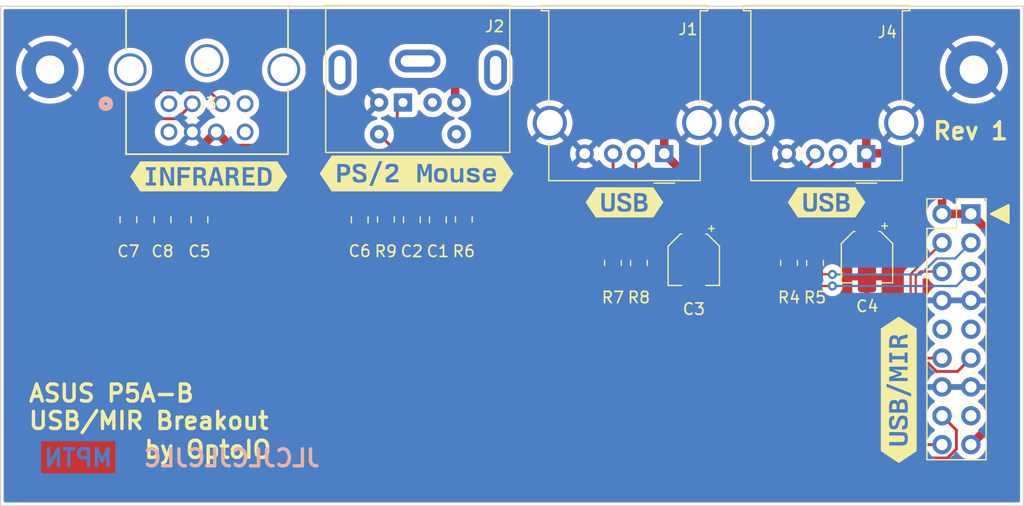
<source format=kicad_pcb>
(kicad_pcb (version 20240108) (generator "pcbnew") (generator_version "8.0")
  (layers (0 "F.Cu" signal) (31 "B.Cu" signal) (34 "B.Paste" user) (35 "F.Paste" user) (36 "B.SilkS" user "B.Silkscreen") (37 "F.SilkS" user "F.Silkscreen") (38 "B.Mask" user) (39 "F.Mask" user) (44 "Edge.Cuts" user))
  (net 0 "")
  (net 1 "Net-(C1-Pad1)")
  (net 2 "GND")
  (net 3 "/MOUSE_CLK")
  (net 4 "+5V")
  (net 5 "Net-(J1-D-)")
  (net 6 "Net-(J1-D+)")
  (net 8 "Net-(J2-Pad5)")
  (net 11 "Net-(J4-D-)")
  (net 12 "Net-(J4-D+)")
  (net 13 "/USB1_D-")
  (net 14 "/USB1_D+")
  (net 16 "/USB2_D-")
  (net 17 "/USB2_D+")
  (net 19 "/MOUSE_DATA")
  (net 20 "/IR_RX")
  (net 22 "/IR_TX")
  (footprint "Capacitor_SMD:C_0805_2012Metric_Pad1.18x1.45mm_HandSolder" (layer "F.Cu") (at 124.25 87.122 -90)
    (property "Reference" "C7" (at 2.794 0 180) (layer "F.SilkS"))
    (property "Value" "C")
    (pad "1" smd roundrect (at -1.0375 0 270) (size 1.175 1.45) (layers "F.Cu" "F.Paste" "F.Mask") (roundrect_rratio 0.212766) (net 20 "/IR_RX"))
    (pad "2" smd roundrect (at 1.0375 0 270) (size 1.175 1.45) (layers "F.Cu" "F.Paste" "F.Mask") (roundrect_rratio 0.212766) (net 2 "GND"))
  )
  (footprint "Connector_USB:USB_A_Molex_67643_Horizontal" (layer "F.Cu") (at 189.174 81.306 180)
    (property "Reference" "J4" (at -1.834 10.694 0) (layer "F.SilkS"))
    (property "Value" "USB_A")
    (pad "1" thru_hole rect (at 0 0 180) (size 1.6 1.5) (drill 0.95) (layers "*.Cu" "*.Mask") (net 4 "+5V"))
    (pad "2" thru_hole circle (at 2.5 0 180) (size 1.6 1.6) (drill 0.95) (layers "*.Cu" "*.Mask") (net 11 "Net-(J4-D-)"))
    (pad "3" thru_hole circle (at 4.5 0 180) (size 1.6 1.6) (drill 0.95) (layers "*.Cu" "*.Mask") (net 12 "Net-(J4-D+)"))
    (pad "4" thru_hole circle (at 7 0 180) (size 1.6 1.6) (drill 0.95) (layers "*.Cu" "*.Mask") (net 2 "GND"))
    (pad "5" thru_hole circle (at -3.07 2.71 180) (size 3 3) (drill 2.3) (layers "*.Cu" "*.Mask") (net 2 "GND"))
    (pad "5" thru_hole circle (at 10.07 2.71 180) (size 3 3) (drill 2.3) (layers "*.Cu" "*.Mask") (net 2 "GND"))
  )
  (footprint "Capacitor_SMD:C_0805_2012Metric_Pad1.18x1.45mm_HandSolder" (layer "F.Cu") (at 127.254 87.122 -90)
    (property "Reference" "C8" (at 2.794 0 180) (layer "F.SilkS"))
    (property "Value" "C")
    (pad "1" smd roundrect (at -1.0375 0 270) (size 1.175 1.45) (layers "F.Cu" "F.Paste" "F.Mask") (roundrect_rratio 0.212766) (net 22 "/IR_TX"))
    (pad "2" smd roundrect (at 1.0375 0 270) (size 1.175 1.45) (layers "F.Cu" "F.Paste" "F.Mask") (roundrect_rratio 0.212766) (net 2 "GND"))
  )
  (footprint "Resistor_SMD:R_0805_2012Metric_Pad1.20x1.40mm_HandSolder" (layer "F.Cu") (at 184.658 90.932 -90)
    (property "Reference" "R5" (at 3.048 0 180) (layer "F.SilkS"))
    (property "Value" "0.1")
    (pad "1" smd roundrect (at -1 0 270) (size 1.2 1.4) (layers "F.Cu" "F.Paste" "F.Mask") (roundrect_rratio 0.208333) (net 11 "Net-(J4-D-)"))
    (pad "2" smd roundrect (at 1 0 270) (size 1.2 1.4) (layers "F.Cu" "F.Paste" "F.Mask") (roundrect_rratio 0.208333) (net 13 "/USB1_D-"))
  )
  (footprint "Resistor_SMD:R_0805_2012Metric_Pad1.20x1.40mm_HandSolder" (layer "F.Cu") (at 153.758 87.1 -90)
    (property "Reference" "R6" (at 2.81 0 180) (layer "F.SilkS"))
    (property "Value" "0.1")
    (pad "1" smd roundrect (at -1 0 270) (size 1.2 1.4) (layers "F.Cu" "F.Paste" "F.Mask") (roundrect_rratio 0.208333) (net 1 "Net-(C1-Pad1)"))
    (pad "2" smd roundrect (at 1 0 270) (size 1.2 1.4) (layers "F.Cu" "F.Paste" "F.Mask") (roundrect_rratio 0.208333) (net 19 "/MOUSE_DATA"))
  )
  (footprint "Capacitor_SMD:C_0805_2012Metric_Pad1.18x1.45mm_HandSolder" (layer "F.Cu") (at 144.6 87.13 -90)
    (property "Reference" "C6" (at 2.764 0 180) (layer "F.SilkS"))
    (property "Value" "C" (hide yes))
    (pad "1" smd roundrect (at -1.0375 0 270) (size 1.175 1.45) (layers "F.Cu" "F.Paste" "F.Mask") (roundrect_rratio 0.212766) (net 4 "+5V"))
    (pad "2" smd roundrect (at 1.0375 0 270) (size 1.175 1.45) (layers "F.Cu" "F.Paste" "F.Mask") (roundrect_rratio 0.212766) (net 2 "GND"))
  )
  (footprint "Resistor_SMD:R_0805_2012Metric_Pad1.20x1.40mm_HandSolder" (layer "F.Cu") (at 166.878 90.932 -90)
    (property "Reference" "R7" (at 3.048 0 180) (layer "F.SilkS"))
    (property "Value" "0.1")
    (pad "1" smd roundrect (at -1 0 270) (size 1.2 1.4) (layers "F.Cu" "F.Paste" "F.Mask") (roundrect_rratio 0.208333) (net 6 "Net-(J1-D+)"))
    (pad "2" smd roundrect (at 1 0 270) (size 1.2 1.4) (layers "F.Cu" "F.Paste" "F.Mask") (roundrect_rratio 0.208333) (net 17 "/USB2_D+"))
  )
  (footprint "Capacitor_SMD:CP_Elec_4x5.3" (layer "F.Cu") (at 173.99 90.656 -90)
    (property "Reference" "C3" (at 4.344 -0.01 0) (layer "F.SilkS"))
    (property "Value" "0.1u")
    (pad "1" smd roundrect (at -1.8 0 270) (size 2.6 1.6) (layers "F.Cu" "F.Paste" "F.Mask") (roundrect_rratio 0.15625) (net 4 "+5V"))
    (pad "2" smd roundrect (at 1.8 0 270) (size 2.6 1.6) (layers "F.Cu" "F.Paste" "F.Mask") (roundrect_rratio 0.15625) (net 2 "GND"))
  )
  (footprint "MountingHole:MountingHole_2.5mm_Pad_TopBottom" (layer "F.Cu") (at 117.348 73.914)
    (property "Reference" "H1" (hide yes))
    (property "Value" "GND")
    (pad "1" thru_hole circle (at 0 0) (size 2.9 2.9) (drill 2.5) (layers "*.Cu" "*.Mask") (net 2 "GND"))
    (pad "1" connect circle (at 0 0) (size 5 5) (layers "F.Cu" "F.Mask") (net 2 "GND"))
    (pad "1" connect circle (at 0 0) (size 5 5) (layers "B.Cu" "B.Mask") (net 2 "GND"))
  )
  (footprint "kibuzzard-660BC226" (layer "F.Cu") (at 167.894 85.598)
    (property "Reference" "kibuzzard-660BC226" (hide yes))
    (property "Value" "G***" (hide yes))
  )
  (footprint "kibuzzard-660BC226" (layer "F.Cu") (at 185.674 85.598)
    (property "Reference" "kibuzzard-660BC226" (hide yes))
    (property "Value" "G***" (hide yes))
  )
  (footprint "MountingHole:MountingHole_2.5mm_Pad_TopBottom" (layer "F.Cu") (at 198.628 73.914)
    (property "Reference" "H2" (hide yes))
    (property "Value" "GND" (hide yes))
    (pad "1" thru_hole circle (at 0 0) (size 2.9 2.9) (drill 2.5) (layers "*.Cu" "*.Mask") (net 2 "GND"))
    (pad "1" connect circle (at 0 0) (size 5 5) (layers "F.Cu" "F.Mask") (net 2 "GND"))
    (pad "1" connect circle (at 0 0) (size 5 5) (layers "B.Cu" "B.Mask") (net 2 "GND"))
  )
  (footprint "8PinDin:CONN8_1658998-1_TEC" (layer "F.Cu") (at 129.8702 76.9112)
    (property "Reference" "J3" (at 1.2954 0 0) (layer "F.SilkS"))
    (property "Value" "INFRA RED")
    (pad "1" thru_hole circle (at 0 0) (size 1.4732 1.4732) (drill 0.9652) (layers "*.Cu" "*.Mask") (net 22 "/IR_TX"))
    (pad "2" thru_hole circle (at 2.5908 0) (size 1.4732 1.4732) (drill 0.9652) (layers "*.Cu" "*.Mask") (net 20 "/IR_RX"))
    (pad "3" thru_hole circle (at -2.0574 0) (size 1.4732 1.4732) (drill 0.9652) (layers "*.Cu" "*.Mask"))
    (pad "4" thru_hole circle (at 0 2.4892) (size 1.4732 1.4732) (drill 0.9652) (layers "*.Cu" "*.Mask") (net 2 "GND"))
    (pad "5" thru_hole circle (at 4.6482 0) (size 1.4732 1.4732) (drill 0.9652) (layers "*.Cu" "*.Mask"))
    (pad "6" thru_hole circle (at -2.0574 2.4892) (size 1.4732 1.4732) (drill 0.9652) (layers "*.Cu" "*.Mask"))
    (pad "7" thru_hole circle (at 2.1082 2.4892) (size 1.4732 1.4732) (drill 0.9652) (layers "*.Cu" "*.Mask") (net 4 "+5V"))
    (pad "8" thru_hole circle (at 4.6482 2.4892) (size 1.4732 1.4732) (drill 0.9652) (layers "*.Cu" "*.Mask"))
    (pad "9" thru_hole circle (at 1.2954 -3.81 90) (size 2.8702 2.8702) (drill 2.3622) (layers "*.Cu" "*.Mask"))
    (pad "10" thru_hole circle (at -5.461 -2.9972 90) (size 2.8702 2.8702) (drill 2.3622) (layers "*.Cu" "*.Mask"))
    (pad "11" thru_hole circle (at 8.0518 -2.9972 90) (size 2.8702 2.8702) (drill 2.3622) (layers "*.Cu" "*.Mask"))
  )
  (footprint "Custom Footprints:Connector_Mini-DIN_Female_6Pin_2rows" (layer "F.Cu") (at 148.404 76.802 180)
    (property "Reference" "J2" (at -8.06 6.698 0) (layer "F.SilkS"))
    (property "Value" "MOUSE PS/2")
    (pad "1" thru_hole rect (at 0 0 180) (size 1.6 1.6) (drill 0.8) (layers "*.Cu" "*.Mask") (net 1 "Net-(C1-Pad1)"))
    (pad "2" thru_hole circle (at -2.6 0 180) (size 1.6 1.6) (drill 0.8) (layers "*.Cu" "*.Mask"))
    (pad "3" thru_hole circle (at 2.1 0 180) (size 1.6 1.6) (drill 0.8) (layers "*.Cu" "*.Mask") (net 2 "GND"))
    (pad "4" thru_hole circle (at -4.7 0 180) (size 1.6 1.6) (drill 0.8) (layers "*.Cu" "*.Mask") (net 4 "+5V"))
    (pad "5" thru_hole circle (at 2.1 -2.8 180) (size 1.6 1.6) (drill 0.8) (layers "*.Cu" "*.Mask") (net 8 "Net-(J2-Pad5)"))
    (pad "6" thru_hole circle (at -4.7 -2.8 180) (size 1.6 1.6) (drill 0.8) (layers "*.Cu" "*.Mask"))
    (pad "7" thru_hole oval (at -8.15 2.85 180) (size 2 3.5) (drill oval 1 2.5) (layers "*.Cu" "*.Mask"))
    (pad "7" thru_hole oval (at -1.3 3.65 180) (size 4 2) (drill oval 3 1) (layers "*.Cu" "*.Mask"))
    (pad "7" thru_hole oval (at 5.55 2.85 180) (size 2 3.5) (drill oval 1 2.5) (layers "*.Cu" "*.Mask"))
  )
  (footprint "kibuzzard-660BC248" (layer "F.Cu") (at 192.024 102.108 90)
    (property "Reference" "kibuzzard-660BC248" (hide yes))
    (property "Value" "G***" (hide yes))
  )
  (footprint "Capacitor_SMD:C_0805_2012Metric_Pad1.18x1.45mm_HandSolder" (layer "F.Cu") (at 149.186 87.13 -90)
    (property "Reference" "C2" (at 2.78 0 180) (layer "F.SilkS"))
    (property "Value" "C")
    (pad "1" smd roundrect (at -1.0375 0 270) (size 1.175 1.45) (layers "F.Cu" "F.Paste" "F.Mask") (roundrect_rratio 0.212766) (net 3 "/MOUSE_CLK"))
    (pad "2" smd roundrect (at 1.0375 0 270) (size 1.175 1.45) (layers "F.Cu" "F.Paste" "F.Mask") (roundrect_rratio 0.212766) (net 2 "GND"))
  )
  (footprint "kibuzzard-660BC208" (layer "F.Cu") (at 149.606 83.058)
    (property "Reference" "kibuzzard-660BC208" (hide yes))
    (property "Value" "G***" (hide yes))
  )
  (footprint "Resistor_SMD:R_0805_2012Metric_Pad1.20x1.40mm_HandSolder" (layer "F.Cu") (at 146.9 87.1 -90)
    (property "Reference" "R9" (at 2.81 0 180) (layer "F.SilkS"))
    (property "Value" "0.1")
    (pad "1" smd roundrect (at -1 0 270) (size 1.2 1.4) (layers "F.Cu" "F.Paste" "F.Mask") (roundrect_rratio 0.208333) (net 8 "Net-(J2-Pad5)"))
    (pad "2" smd roundrect (at 1 0 270) (size 1.2 1.4) (layers "F.Cu" "F.Paste" "F.Mask") (roundrect_rratio 0.208333) (net 3 "/MOUSE_CLK"))
  )
  (footprint "Resistor_SMD:R_0805_2012Metric_Pad1.20x1.40mm_HandSolder" (layer "F.Cu") (at 169.164 90.932 -90)
    (property "Reference" "R8" (at 3.048 0 180) (layer "F.SilkS"))
    (property "Value" "0.1")
    (pad "1" smd roundrect (at -1 0 270) (size 1.2 1.4) (layers "F.Cu" "F.Paste" "F.Mask") (roundrect_rratio 0.208333) (net 5 "Net-(J1-D-)"))
    (pad "2" smd roundrect (at 1 0 270) (size 1.2 1.4) (layers "F.Cu" "F.Paste" "F.Mask") (roundrect_rratio 0.208333) (net 16 "/USB2_D-"))
  )
  (footprint "Resistor_SMD:R_0805_2012Metric_Pad1.20x1.40mm_HandSolder" (layer "F.Cu") (at 182.372 90.932 -90)
    (property "Reference" "R4" (at 3.048 0 180) (layer "F.SilkS"))
    (property "Value" "0.1")
    (pad "1" smd roundrect (at -1 0 270) (size 1.2 1.4) (layers "F.Cu" "F.Paste" "F.Mask") (roundrect_rratio 0.208333) (net 12 "Net-(J4-D+)"))
    (pad "2" smd roundrect (at 1 0 270) (size 1.2 1.4) (layers "F.Cu" "F.Paste" "F.Mask") (roundrect_rratio 0.208333) (net 14 "/USB1_D+"))
  )
  (footprint "Capacitor_SMD:C_0805_2012Metric_Pad1.18x1.45mm_HandSolder" (layer "F.Cu") (at 130.5 87.122 -90)
    (property "Reference" "C5" (at 2.794 0 180) (layer "F.SilkS"))
    (property "Value" "C")
    (pad "1" smd roundrect (at -1.0375 0 270) (size 1.175 1.45) (layers "F.Cu" "F.Paste" "F.Mask") (roundrect_rratio 0.212766) (net 4 "+5V"))
    (pad "2" smd roundrect (at 1.0375 0 270) (size 1.175 1.45) (layers "F.Cu" "F.Paste" "F.Mask") (roundrect_rratio 0.212766) (net 2 "GND"))
  )
  (footprint "Capacitor_SMD:CP_Elec_4x5.3" (layer "F.Cu") (at 189.23 90.424 -90)
    (property "Reference" "C4" (at 4.326 -0.02 180) (layer "F.SilkS"))
    (property "Value" "0.1u")
    (pad "1" smd roundrect (at -1.8 0 270) (size 2.6 1.6) (layers "F.Cu" "F.Paste" "F.Mask") (roundrect_rratio 0.15625) (net 4 "+5V"))
    (pad "2" smd roundrect (at 1.8 0 270) (size 2.6 1.6) (layers "F.Cu" "F.Paste" "F.Mask") (roundrect_rratio 0.15625) (net 2 "GND"))
  )
  (footprint "kibuzzard-660BC1F4" (layer "F.Cu") (at 131.318 83.312)
    (property "Reference" "kibuzzard-660BC1F4" (hide yes))
    (property "Value" "G***" (hide yes))
  )
  (footprint "Connector_USB:USB_A_Molex_67643_Horizontal" (layer "F.Cu") (at 171.394 81.306 180)
    (property "Reference" "J1" (at -2.088 10.948 0) (layer "F.SilkS"))
    (property "Value" "USB_A")
    (pad "1" thru_hole rect (at 0 0 180) (size 1.6 1.5) (drill 0.95) (layers "*.Cu" "*.Mask") (net 4 "+5V"))
    (pad "2" thru_hole circle (at 2.5 0 180) (size 1.6 1.6) (drill 0.95) (layers "*.Cu" "*.Mask") (net 5 "Net-(J1-D-)"))
    (pad "3" thru_hole circle (at 4.5 0 180) (size 1.6 1.6) (drill 0.95) (layers "*.Cu" "*.Mask") (net 6 "Net-(J1-D+)"))
    (pad "4" thru_hole circle (at 7 0 180) (size 1.6 1.6) (drill 0.95) (layers "*.Cu" "*.Mask") (net 2 "GND"))
    (pad "5" thru_hole circle (at -3.07 2.71 180) (size 3 3) (drill 2.3) (layers "*.Cu" "*.Mask") (net 2 "GND"))
    (pad "5" thru_hole circle (at 10.07 2.71 180) (size 3 3) (drill 2.3) (layers "*.Cu" "*.Mask") (net 2 "GND"))
  )
  (footprint "Capacitor_SMD:C_0805_2012Metric_Pad1.18x1.45mm_HandSolder" (layer "F.Cu") (at 151.472 87.13 -90)
    (property "Reference" "C1" (at 2.78 0 180) (layer "F.SilkS"))
    (property "Value" "C")
    (pad "1" smd roundrect (at -1.0375 0 270) (size 1.175 1.45) (layers "F.Cu" "F.Paste" "F.Mask") (roundrect_rratio 0.212766) (net 1 "Net-(C1-Pad1)"))
    (pad "2" smd roundrect (at 1.0375 0 270) (size 1.175 1.45) (layers "F.Cu" "F.Paste" "F.Mask") (roundrect_rratio 0.212766) (net 2 "GND"))
  )
  (footprint "Connector_PinHeader_2.54mm:PinHeader_2x09_P2.54mm_Vertical" (layer "F.Cu") (at 195.834 86.614)
    (property "Reference" "J6" (hide yes))
    (property "Value" "USB/MIR" (hide yes))
    (pad "1" thru_hole rect (at 2.54 0) (size 1.7 1.7) (drill 1) (layers "*.Cu" "*.Mask") (net 4 "+5V"))
    (pad "2" thru_hole oval (at 2.54 2.54) (size 1.7 1.7) (drill 1) (layers "*.Cu" "*.Mask") (net 13 "/USB1_D-"))
    (pad "3" thru_hole oval (at 2.54 5.08) (size 1.7 1.7) (drill 1) (layers "*.Cu" "*.Mask") (net 14 "/USB1_D+"))
    (pad "4" thru_hole oval (at 2.54 7.62) (size 1.7 1.7) (drill 1) (layers "*.Cu" "*.Mask") (net 2 "GND"))
    (pad "5" thru_hole oval (at 2.54 10.16) (size 1.7 1.7) (drill 1) (layers "*.Cu" "*.Mask"))
    (pad "6" thru_hole oval (at 2.54 12.7) (size 1.7 1.7) (drill 1) (layers "*.Cu" "*.Mask") (net 3 "/MOUSE_CLK"))
    (pad "7" thru_hole oval (at 2.54 15.24) (size 1.7 1.7) (drill 1) (layers "*.Cu" "*.Mask") (net 2 "GND"))
    (pad "8" thru_hole oval (at 2.54 17.78) (size 1.7 1.7) (drill 1) (layers "*.Cu" "*.Mask"))
    (pad "9" thru_hole oval (at 2.54 20.32) (size 1.7 1.7) (drill 1) (layers "*.Cu" "*.Mask") (net 4 "+5V"))
    (pad "10" thru_hole circle (at 0 0) (size 1.7 1.7) (drill 1) (layers "*.Cu" "*.Mask") (net 4 "+5V"))
    (pad "11" thru_hole oval (at 0 2.54) (size 1.7 1.7) (drill 1) (layers "*.Cu" "*.Mask") (net 16 "/USB2_D-"))
    (pad "12" thru_hole oval (at 0 5.08) (size 1.7 1.7) (drill 1) (layers "*.Cu" "*.Mask") (net 17 "/USB2_D+"))
    (pad "13" thru_hole oval (at 0 7.62) (size 1.7 1.7) (drill 1) (layers "*.Cu" "*.Mask") (net 2 "GND"))
    (pad "14" thru_hole oval (at 0 10.16) (size 1.7 1.7) (drill 1) (layers "*.Cu" "*.Mask"))
    (pad "15" thru_hole oval (at 0 12.7) (size 1.7 1.7) (drill 1) (layers "*.Cu" "*.Mask") (net 19 "/MOUSE_DATA"))
    (pad "16" thru_hole oval (at 0 15.24) (size 1.7 1.7) (drill 1) (layers "*.Cu" "*.Mask") (net 2 "GND"))
    (pad "17" thru_hole oval (at 0 17.78) (size 1.7 1.7) (drill 1) (layers "*.Cu" "*.Mask") (net 20 "/IR_RX"))
    (pad "18" thru_hole oval (at 0 20.32) (size 1.7 1.7) (drill 1) (layers "*.Cu" "*.Mask") (net 22 "/IR_TX"))
  )
  (gr_poly (pts (xy 200.152 86.614) (xy 201.676 85.852) (xy 201.676 87.376)) (stroke (width 0.2)) (fill solid) (layer "F.SilkS"))
  (gr_rect (start 113 68.326) (end 203 112.326) (stroke (width 0.1)) (fill none) (layer "Edge.Cuts"))
  (gr_text "MPTN" (at 123 109 -0) (layer "B.Cu") (effects (font (size 1.5 1.5) (thickness 0.3) (bold yes)) (justify left bottom mirror)))
  (gr_text "JLCJLCJLCJLC" (at 141.25 109 -0) (layer "B.SilkS") (effects (font (size 1.5 1.5) (thickness 0.3) (bold yes)) (justify left bottom mirror)))
  (gr_text "Rev 1" (at 194.9 80.2 0) (layer "F.SilkS") (effects (font (size 1.5 1.5) (thickness 0.3) (bold yes)) (justify left bottom)))
  (gr_text "by OptoIO" (at 125.5 108.25 0) (layer "F.SilkS") (effects (font (size 1.5 1.5) (thickness 0.3) (bold yes)) (justify left bottom)))
  (gr_text "ASUS P5A-B\nUSB/MIR Breakout" (at 115.34 105.71 0) (layer "F.SilkS") (effects (font (size 1.5 1.5) (thickness 0.3) (bold yes)) (justify left bottom)))
  (segment (start 147.9 84.3) (end 148.78 85.18) (width 0.25) (layer "F.Cu") (net 1))
  (segment (start 151.472 86.0925) (end 151.4645 86.0925) (width 0.25) (layer "F.Cu") (net 1))
  (segment (start 153.758 86.1) (end 151.4795 86.1) (width 0.25) (layer "F.Cu") (net 1))
  (segment (start 147.9 77.306) (end 147.9 84.3) (width 0.25) (layer "F.Cu") (net 1))
  (segment (start 151.3925 86.0925) (end 151.472 86.0925) (width 0.25) (layer "F.Cu") (net 1))
  (segment (start 150.48 85.18) (end 151.3925 86.0925) (width 0.25) (layer "F.Cu") (net 1))
  (segment (start 148.404 76.802) (end 147.9 77.306) (width 0.25) (layer "F.Cu") (net 1))
  (segment (start 148.78 85.18) (end 150.48 85.18) (width 0.25) (layer "F.Cu") (net 1))
  (segment (start 198.374 101.854) (end 195.834 101.854) (width 0.25) (layer "F.Cu") (net 2))
  (segment (start 198.374 94.234) (end 195.834 94.234) (width 0.25) (layer "F.Cu") (net 2))
  (segment (start 152.6 87.6629) (end 151.9421 87.005) (width 0.25) (layer "F.Cu") (net 3))
  (segment (start 151.9421 87.005) (end 150.7519 87.005) (width 0.25) (layer "F.Cu") (net 3))
  (segment (start 147.186 88.1) (end 149.1935 86.0925) (width 0.25) (layer "F.Cu") (net 3))
  (segment (start 197.199 100.489) (end 195.347299 100.489) (width 0.25) (layer "F.Cu") (net 3))
  (segment (start 194.622299 99.764) (end 159.6439 99.764) (width 0.25) (layer "F.Cu") (net 3))
  (segment (start 152.6 92.7201) (end 152.6 87.6629) (width 0.25) (layer "F.Cu") (net 3))
  (segment (start 149.1935 86.0925) (end 149.6855 86.0925) (width 0.25) (layer "F.Cu") (net 3))
  (segment (start 159.6439 99.764) (end 152.6 92.7201) (width 0.25) (layer "F.Cu") (net 3))
  (segment (start 198.374 99.314) (end 197.199 100.489) (width 0.25) (layer "F.Cu") (net 3))
  (segment (start 149.8394 86.0925) (end 149.186 86.0925) (width 0.25) (layer "F.Cu") (net 3))
  (segment (start 149.1775 86.0925) (end 149.186 86.0925) (width 0.25) (layer "F.Cu") (net 3))
  (segment (start 146.9 88.1) (end 147.186 88.1) (width 0.25) (layer "F.Cu") (net 3))
  (segment (start 150.7519 87.005) (end 149.8394 86.0925) (width 0.25) (layer "F.Cu") (net 3))
  (segment (start 195.347299 100.489) (end 194.622299 99.764) (width 0.25) (layer "F.Cu") (net 3))
  (segment (start 166.523 70.5) (end 167.5 70.5) (width 0.75) (layer "F.Cu") (net 4))
  (segment (start 167.5 70.5) (end 149.273 70.5) (width 0.75) (layer "F.Cu") (net 4))
  (segment (start 189.174 76.174) (end 183.5 70.5) (width 0.75) (layer "F.Cu") (net 4))
  (segment (start 171.394 81.306) (end 173.99 83.902) (width 0.75) (layer "F.Cu") (net 4))
  (segment (start 195.834 86.614) (end 198.374 86.614) (width 0.75) (layer "F.Cu") (net 4))
  (segment (start 142 70.5) (end 140.208034 72.291966) (width 0.75) (layer "F.Cu") (net 4))
  (segment (start 133.39 80.812) (end 140.208034 80.812) (width 0.75) (layer "F.Cu") (net 4))
  (segment (start 201.422 103.886) (end 198.374 106.934) (width 0.75) (layer "F.Cu") (net 4))
  (segment (start 171.394 75.371) (end 166.523 70.5) (width 0.75) (layer "F.Cu") (net 4))
  (segment (start 189.23 81.362) (end 189.174 81.306) (width 0.75) (layer "F.Cu") (net 4))
  (segment (start 153.104 76.802) (end 153.156 76.75) (width 0.75) (layer "F.Cu") (net 4))
  (segment (start 140.208034 80.812) (end 144.6 85.203966) (width 0.75) (layer "F.Cu") (net 4))
  (segment (start 152.995966 72.981034) (end 155.477 70.5) (width 0.75) (layer "F.Cu") (net 4))
  (segment (start 149.273 70.5) (end 142 70.5) (width 0.75) (layer "F.Cu") (net 4))
  (segment (start 195.834 86.614) (end 195.834 84.328) (width 0.75) (layer "F.Cu") (net 4))
  (segment (start 195.834 84.328) (end 192.786 81.28) (width 0.75) (layer "F.Cu") (net 4))
  (segment (start 152.995966 76.708) (end 152.995966 72.981034) (width 0.75) (layer "F.Cu") (net 4))
  (segment (start 130.5 80.8788) (end 130.5 86.0845) (width 0.75) (layer "F.Cu") (net 4))
  (segment (start 189.2 81.28) (end 189.174 81.306) (width 0.75) (layer "F.Cu") (net 4))
  (segment (start 131.9784 79.4004) (end 130.5 80.8788) (width 0.75) (layer "F.Cu") (net 4))
  (segment (start 131.9784 79.4004) (end 133.39 80.812) (width 0.75) (layer "F.Cu") (net 4))
  (segment (start 183.5 70.5) (end 167.5 70.5) (width 0.75) (layer "F.Cu") (net 4))
  (segment (start 192.786 81.28) (end 189.2 81.28) (width 0.75) (layer "F.Cu") (net 4))
  (segment (start 173.99 83.902) (end 173.99 88.856) (width 0.75) (layer "F.Cu") (net 4))
  (segment (start 144.6 85.203966) (end 144.6 86.0925) (width 0.75) (layer "F.Cu") (net 4))
  (segment (start 140.208034 72.291966) (end 140.208034 80.812) (width 0.75) (layer "F.Cu") (net 4))
  (segment (start 189.174 81.306) (end 189.174 76.174) (width 0.75) (layer "F.Cu") (net 4))
  (segment (start 198.374 86.614) (end 201.422 89.662) (width 0.75) (layer "F.Cu") (net 4))
  (segment (start 171.394 81.306) (end 171.394 75.371) (width 0.75) (layer "F.Cu") (net 4))
  (segment (start 189.23 88.624) (end 189.23 81.362) (width 0.75) (layer "F.Cu") (net 4))
  (segment (start 155.477 70.5) (end 149.273 70.5) (width 0.75) (layer "F.Cu") (net 4))
  (segment (start 201.422 89.662) (end 201.422 103.886) (width 0.75) (layer "F.Cu") (net 4))
  (segment (start 168.894 89.662) (end 169.164 89.932) (width 0.25) (layer "F.Cu") (net 5))
  (segment (start 168.894 81.814) (end 168.894 89.662) (width 0.25) (layer "F.Cu") (net 5))
  (segment (start 166.894 81.814) (end 166.894 89.916) (width 0.25) (layer "F.Cu") (net 6))
  (segment (start 166.894 89.916) (end 166.878 89.932) (width 0.25) (layer "F.Cu") (net 6))
  (segment (start 147.4 85.6) (end 146.9 86.1) (width 0.25) (layer "F.Cu") (net 8))
  (segment (start 147.4 80.698) (end 147.4 85.6) (width 0.25) (layer "F.Cu") (net 8))
  (segment (start 146.304 79.602) (end 147.4 80.698) (width 0.25) (layer "F.Cu") (net 8))
  (segment (start 184.658 89.932) (end 183.896 89.17) (width 0.25) (layer "F.Cu") (net 11))
  (segment (start 183.896 84.582) (end 186.664 81.814) (width 0.25) (layer "F.Cu") (net 11))
  (segment (start 183.896 89.17) (end 183.896 84.582) (width 0.25) (layer "F.Cu") (net 11))
  (segment (start 186.664 81.814) (end 186.674 81.814) (width 0.25) (layer "F.Cu") (net 11))
  (segment (start 184.674 81.814) (end 183.388 83.1) (width 0.25) (layer "F.Cu") (net 12))
  (segment (start 183.388 88.916) (end 182.372 89.932) (width 0.25) (layer "F.Cu") (net 12))
  (segment (start 183.388 83.1) (end 183.388 88.916) (width 0.25) (layer "F.Cu") (net 12))
  (segment (start 184.658 91.932) (end 186.166 91.932) (width 0.2) (layer "F.Cu") (net 13))
  (segment (start 186.166 91.932) (end 186.182 91.948) (width 0.2) (layer "F.Cu") (net 13))
  (via (at 186.182 91.948) (size 0.8) (drill 0.4) (layers "F.Cu" "B.Cu") (net 13))
  (segment (start 196.984 90.544) (end 195.357654 90.544) (width 0.2) (layer "B.Cu") (net 13))
  (segment (start 198.374 89.154) (end 196.984 90.544) (width 0.2) (layer "B.Cu") (net 13))
  (segment (start 195.357654 90.544) (end 193.953654 91.948) (width 0.2) (layer "B.Cu") (net 13))
  (segment (start 193.953654 91.948) (end 186.182 91.948) (width 0.2) (layer "B.Cu") (net 13))
  (segment (start 182.372 91.932) (end 183.404 92.964) (width 0.2) (layer "F.Cu") (net 14))
  (segment (start 183.404 92.964) (end 186.182 92.964) (width 0.2) (layer "F.Cu") (net 14))
  (via (at 186.182 92.964) (size 0.8) (drill 0.4) (layers "F.Cu" "B.Cu") (net 14))
  (segment (start 198.374 91.694) (end 197.104 92.964) (width 0.2) (layer "B.Cu") (net 14))
  (segment (start 197.104 92.964) (end 186.182 92.964) (width 0.2) (layer "B.Cu") (net 14))
  (segment (start 169.2282 95.25) (end 168.246 94.2678) (width 0.2) (layer "F.Cu") (net 16))
  (segment (start 191.9598 95.25) (end 169.2282 95.25) (width 0.2) (layer "F.Cu") (net 16))
  (segment (start 193.069 94.1408) (end 191.9598 95.25) (width 0.2) (layer "F.Cu") (net 16))
  (segment (start 195.834 89.154) (end 193.069 91.919) (width 0.2) (layer "F.Cu") (net 16))
  (segment (start 168.246 93.900001) (end 169.164 92.982001) (width 0.2) (layer "F.Cu") (net 16))
  (segment (start 193.069 91.919) (end 193.069 94.1408) (width 0.2) (layer "F.Cu") (net 16))
  (segment (start 168.246 94.2678) (end 168.246 93.900001) (width 0.2) (layer "F.Cu") (net 16))
  (segment (start 169.164 92.982001) (end 169.164 91.932) (width 0.2) (layer "F.Cu") (net 16))
  (segment (start 195.834 91.694) (end 193.930397 91.694) (width 0.2) (layer "F.Cu") (net 17))
  (segment (start 169.0998 95.758) (end 167.796 94.4542) (width 0.2) (layer "F.Cu") (net 17))
  (segment (start 193.519 94.3272) (end 192.0882 95.758) (width 0.2) (layer "F.Cu") (net 17))
  (segment (start 193.519 92.105397) (end 193.519 94.3272) (width 0.2) (layer "F.Cu") (net 17))
  (segment (start 192.0882 95.758) (end 169.0998 95.758) (width 0.2) (layer "F.Cu") (net 17))
  (segment (start 167.796 93.900001) (end 166.878 92.982001) (width 0.2) (layer "F.Cu") (net 17))
  (segment (start 166.878 92.982001) (end 166.878 91.932) (width 0.2) (layer "F.Cu") (net 17))
  (segment (start 167.796 94.4542) (end 167.796 93.900001) (width 0.2) (layer "F.Cu") (net 17))
  (segment (start 193.930397 91.694) (end 193.519 92.105397) (width 0.2) (layer "F.Cu") (net 17))
  (segment (start 153.7 88.158) (end 153.758 88.1) (width 0.25) (layer "F.Cu") (net 19))
  (segment (start 195.834 99.314) (end 160.02 99.314) (width 0.25) (layer "F.Cu") (net 19))
  (segment (start 160.02 99.314) (end 153.7 92.994) (width 0.25) (layer "F.Cu") (net 19))
  (segment (start 153.7 92.994) (end 153.7 88.158) (width 0.25) (layer "F.Cu") (net 19))
  (segment (start 124.25 86.0845) (end 125.1655 87) (width 0.25) (layer "F.Cu") (net 20))
  (segment (start 128.5 87.7729) (end 128.5 89.384) (width 0.25) (layer "F.Cu") (net 20))
  (segment (start 124.25 86.062) (end 125.73 84.582) (width 0.25) (layer "F.Cu") (net 20))
  (segment (start 125.73 77.216) (end 127.254 75.692) (width 0.25) (layer "F.Cu") (net 20))
  (segment (start 196.320701 108.109) (end 197.099 107.330701) (width 0.25) (layer "F.Cu") (net 20))
  (segment (start 128.5 89.384) (end 147.225 108.109) (width 0.25) (layer "F.Cu") (net 20))
  (segment (start 197.099 107.330701) (end 197.099 105.659) (width 0.25) (layer "F.Cu") (net 20))
  (segment (start 127.254 75.692) (end 131.2418 75.692) (width 0.25) (layer "F.Cu") (net 20))
  (segment (start 147.225 108.109) (end 196.320701 108.109) (width 0.25) (layer "F.Cu") (net 20))
  (segment (start 127.7271 87) (end 128.5 87.7729) (width 0.25) (layer "F.Cu") (net 20))
  (segment (start 125.73 84.582) (end 125.73 77.216) (width 0.25) (layer "F.Cu") (net 20))
  (segment (start 131.2418 75.692) (end 132.461 76.9112) (width 0.25) (layer "F.Cu") (net 20))
  (segment (start 197.099 105.659) (end 195.834 104.394) (width 0.25) (layer "F.Cu") (net 20))
  (segment (start 125.1655 87) (end 127.7271 87) (width 0.25) (layer "F.Cu") (net 20))
  (segment (start 124.25 86.0845) (end 124.25 86.062) (width 0.25) (layer "F.Cu") (net 20))
  (segment (start 127.447996 86.0845) (end 127.254 86.0845) (width 0.25) (layer "F.Cu") (net 22))
  (segment (start 126.746 78.232) (end 126.238 78.74) (width 0.25) (layer "F.Cu") (net 22))
  (segment (start 128.5494 78.232) (end 126.746 78.232) (width 0.25) (layer "F.Cu") (net 22))
  (segment (start 147.0039 106.934) (end 129 88.9301) (width 0.25) (layer "F.Cu") (net 22))
  (segment (start 129.8702 76.9112) (end 128.5494 78.232) (width 0.25) (layer "F.Cu") (net 22))
  (segment (start 129 88.9301) (end 129 87.636504) (width 0.25) (layer "F.Cu") (net 22))
  (segment (start 126.238 85.0685) (end 127.254 86.0845) (width 0.25) (layer "F.Cu") (net 22))
  (segment (start 129 87.636504) (end 127.447996 86.0845) (width 0.25) (layer "F.Cu") (net 22))
  (segment (start 195.834 106.934) (end 147.0039 106.934) (width 0.25) (layer "F.Cu") (net 22))
  (segment (start 126.238 78.74) (end 126.238 85.0685) (width 0.25) (layer "F.Cu") (net 22))
  (zone (net 2) (net_name "GND") (layers "F&B.Cu") (connect_pads (clearance 0.5)) (min_thickness 0.25) (fill yes (thermal_gap 0.5) (thermal_bridge_width 0.5))
    (polygon (pts (xy 113.284 68.588) (xy 202.692 68.588) (xy 202.692 112.01) (xy 113.284 112.01)))
  )
)
</source>
